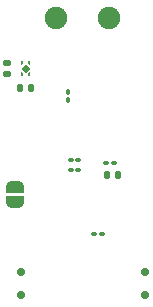
<source format=gbs>
%TF.GenerationSoftware,KiCad,Pcbnew,(6.0.5-0)*%
%TF.CreationDate,2022-06-14T21:43:59-04:00*%
%TF.ProjectId,pico_ducky_pcb,7069636f-5f64-4756-936b-795f7063622e,rev?*%
%TF.SameCoordinates,Original*%
%TF.FileFunction,Soldermask,Bot*%
%TF.FilePolarity,Negative*%
%FSLAX46Y46*%
G04 Gerber Fmt 4.6, Leading zero omitted, Abs format (unit mm)*
G04 Created by KiCad (PCBNEW (6.0.5-0)) date 2022-06-14 21:43:59*
%MOMM*%
%LPD*%
G01*
G04 APERTURE LIST*
G04 Aperture macros list*
%AMRoundRect*
0 Rectangle with rounded corners*
0 $1 Rounding radius*
0 $2 $3 $4 $5 $6 $7 $8 $9 X,Y pos of 4 corners*
0 Add a 4 corners polygon primitive as box body*
4,1,4,$2,$3,$4,$5,$6,$7,$8,$9,$2,$3,0*
0 Add four circle primitives for the rounded corners*
1,1,$1+$1,$2,$3*
1,1,$1+$1,$4,$5*
1,1,$1+$1,$6,$7*
1,1,$1+$1,$8,$9*
0 Add four rect primitives between the rounded corners*
20,1,$1+$1,$2,$3,$4,$5,0*
20,1,$1+$1,$4,$5,$6,$7,0*
20,1,$1+$1,$6,$7,$8,$9,0*
20,1,$1+$1,$8,$9,$2,$3,0*%
%AMRotRect*
0 Rectangle, with rotation*
0 The origin of the aperture is its center*
0 $1 length*
0 $2 width*
0 $3 Rotation angle, in degrees counterclockwise*
0 Add horizontal line*
21,1,$1,$2,0,0,$3*%
%AMFreePoly0*
4,1,22,0.500000,-0.750000,0.000000,-0.750000,0.000000,-0.745033,-0.079941,-0.743568,-0.215256,-0.701293,-0.333266,-0.622738,-0.424486,-0.514219,-0.481581,-0.384460,-0.499164,-0.250000,-0.500000,-0.250000,-0.500000,0.250000,-0.499164,0.250000,-0.499963,0.256109,-0.478152,0.396186,-0.417904,0.524511,-0.324060,0.630769,-0.204165,0.706417,-0.067858,0.745374,0.000000,0.744959,0.000000,0.750000,
0.500000,0.750000,0.500000,-0.750000,0.500000,-0.750000,$1*%
%AMFreePoly1*
4,1,20,0.000000,0.744959,0.073905,0.744508,0.209726,0.703889,0.328688,0.626782,0.421226,0.519385,0.479903,0.390333,0.500000,0.250000,0.500000,-0.250000,0.499851,-0.262216,0.476331,-0.402017,0.414519,-0.529596,0.319384,-0.634700,0.198574,-0.708877,0.061801,-0.746166,0.000000,-0.745033,0.000000,-0.750000,-0.500000,-0.750000,-0.500000,0.750000,0.000000,0.750000,0.000000,0.744959,
0.000000,0.744959,$1*%
%AMFreePoly2*
4,1,5,0.360000,-0.125000,-0.110000,-0.125000,-0.110000,0.125000,0.110000,0.125000,0.360000,-0.125000,0.360000,-0.125000,$1*%
%AMFreePoly3*
4,1,6,0.290000,0.055000,0.110000,-0.125000,-0.110000,-0.125000,-0.110000,0.125000,0.290000,0.125000,0.290000,0.055000,0.290000,0.055000,$1*%
%AMFreePoly4*
4,1,6,0.110000,-0.125000,-0.110000,-0.125000,-0.290000,0.055000,-0.290000,0.125000,0.110000,0.125000,0.110000,-0.125000,0.110000,-0.125000,$1*%
%AMFreePoly5*
4,1,6,0.110000,-0.125000,-0.290000,-0.125000,-0.290000,-0.055000,-0.110000,0.125000,0.110000,0.125000,0.110000,-0.125000,0.110000,-0.125000,$1*%
G04 Aperture macros list end*
%ADD10C,0.711200*%
%ADD11C,1.900000*%
%ADD12RoundRect,0.140000X0.170000X-0.140000X0.170000X0.140000X-0.170000X0.140000X-0.170000X-0.140000X0*%
%ADD13RoundRect,0.100000X0.130000X0.100000X-0.130000X0.100000X-0.130000X-0.100000X0.130000X-0.100000X0*%
%ADD14FreePoly0,90.000000*%
%ADD15FreePoly1,90.000000*%
%ADD16RoundRect,0.140000X-0.140000X-0.170000X0.140000X-0.170000X0.140000X0.170000X-0.140000X0.170000X0*%
%ADD17RoundRect,0.100000X-0.130000X-0.100000X0.130000X-0.100000X0.130000X0.100000X-0.130000X0.100000X0*%
%ADD18FreePoly2,90.000000*%
%ADD19FreePoly3,90.000000*%
%ADD20FreePoly4,90.000000*%
%ADD21FreePoly5,90.000000*%
%ADD22RotRect,0.480000X0.480000X45.000000*%
%ADD23RoundRect,0.100000X0.100000X-0.130000X0.100000X0.130000X-0.100000X0.130000X-0.100000X-0.130000X0*%
%ADD24RoundRect,0.140000X0.140000X0.170000X-0.140000X0.170000X-0.140000X-0.170000X0.140000X-0.170000X0*%
G04 APERTURE END LIST*
D10*
%TO.C,SW1*%
X81750000Y-65700001D03*
X81750000Y-63699999D03*
%TD*%
%TO.C,SW2*%
X92250000Y-63699999D03*
X92250000Y-65700001D03*
%TD*%
D11*
%TO.C,J1*%
X84750000Y-42245000D03*
X89250000Y-42245000D03*
%TD*%
D12*
%TO.C,C1*%
X80600000Y-46980000D03*
X80600000Y-46020000D03*
%TD*%
D13*
%TO.C,C8*%
X88620000Y-60500000D03*
X87980000Y-60500000D03*
%TD*%
D14*
%TO.C,JP1*%
X81250000Y-57820000D03*
D15*
X81250000Y-56520000D03*
%TD*%
D16*
%TO.C,C6*%
X81670000Y-48170000D03*
X82630000Y-48170000D03*
%TD*%
D17*
%TO.C,C15*%
X85960000Y-54200000D03*
X86600000Y-54200000D03*
%TD*%
D18*
%TO.C,U1*%
X82475000Y-47040000D03*
D19*
X81825000Y-47040000D03*
D20*
X81825000Y-45960000D03*
D21*
X82475000Y-45960000D03*
D22*
X82150000Y-46500000D03*
%TD*%
D13*
%TO.C,C9*%
X89620000Y-54500000D03*
X88980000Y-54500000D03*
%TD*%
D23*
%TO.C,C10*%
X85750000Y-49140000D03*
X85750000Y-48500000D03*
%TD*%
D24*
%TO.C,C2*%
X89980000Y-55500000D03*
X89020000Y-55500000D03*
%TD*%
D17*
%TO.C,C11*%
X85960000Y-55050000D03*
X86600000Y-55050000D03*
%TD*%
M02*

</source>
